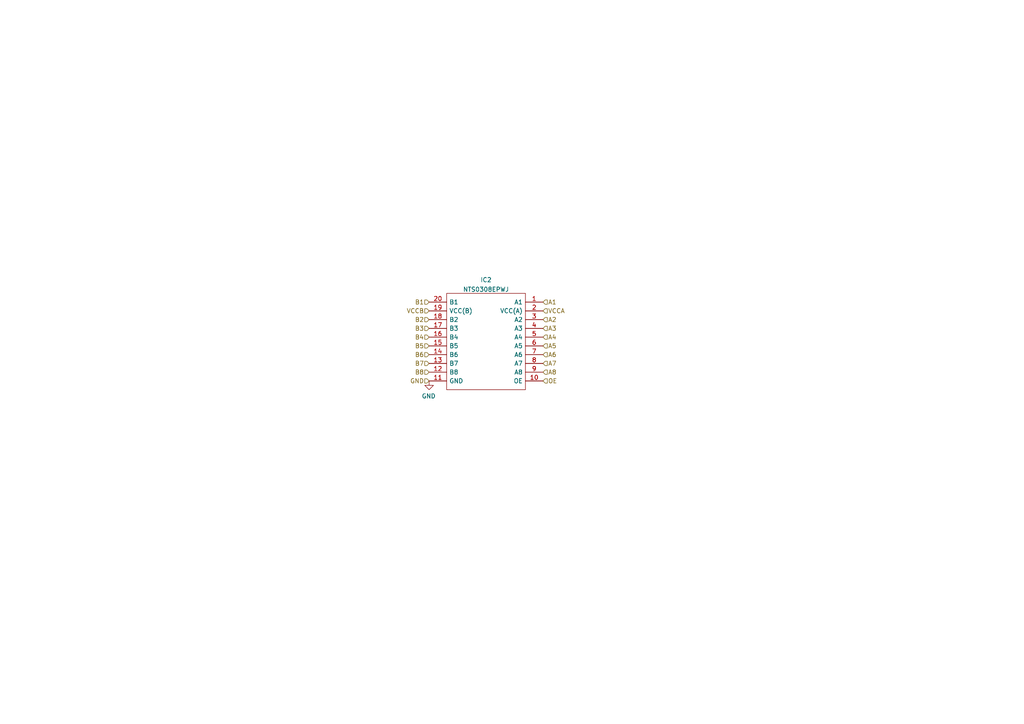
<source format=kicad_sch>
(kicad_sch (version 20211123) (generator eeschema)

  (uuid 9c2a29da-c83f-4ec8-bbcf-9d775812af04)

  (paper "A4")

  (lib_symbols
    (symbol "NTS0308EPWJ:NTS0308EPWJ" (pin_names (offset 0.762)) (in_bom yes) (on_board yes)
      (property "Reference" "IC" (id 0) (at 29.21 7.62 0)
        (effects (font (size 1.27 1.27)) (justify left))
      )
      (property "Value" "NTS0308EPWJ" (id 1) (at 29.21 5.08 0)
        (effects (font (size 1.27 1.27)) (justify left))
      )
      (property "Footprint" "SOP65P640X110-20N" (id 2) (at 29.21 2.54 0)
        (effects (font (size 1.27 1.27)) (justify left) hide)
      )
      (property "Datasheet" "https://www.mouser.de/datasheet/2/302/NTS0308E-1900565.pdf" (id 3) (at 29.21 0 0)
        (effects (font (size 1.27 1.27)) (justify left) hide)
      )
      (property "Description" "Translation - Voltage Levels Dual supply translating transceiver; open drain; auto direction sensing" (id 4) (at 29.21 -2.54 0)
        (effects (font (size 1.27 1.27)) (justify left) hide)
      )
      (property "Height" "1.1" (id 5) (at 29.21 -5.08 0)
        (effects (font (size 1.27 1.27)) (justify left) hide)
      )
      (property "Manufacturer_Name" "NXP" (id 6) (at 29.21 -7.62 0)
        (effects (font (size 1.27 1.27)) (justify left) hide)
      )
      (property "Manufacturer_Part_Number" "NTS0308EPWJ" (id 7) (at 29.21 -10.16 0)
        (effects (font (size 1.27 1.27)) (justify left) hide)
      )
      (property "Mouser Part Number" "771-NTS0308EPWJ" (id 8) (at 29.21 -12.7 0)
        (effects (font (size 1.27 1.27)) (justify left) hide)
      )
      (property "Mouser Price/Stock" "https://www.mouser.co.uk/ProductDetail/NXP-Semiconductors/NTS0308EPWJ?qs=sPbYRqrBIVmps0qDEa7kNw%3D%3D" (id 9) (at 29.21 -15.24 0)
        (effects (font (size 1.27 1.27)) (justify left) hide)
      )
      (property "Arrow Part Number" "NTS0308EPWJ" (id 10) (at 29.21 -17.78 0)
        (effects (font (size 1.27 1.27)) (justify left) hide)
      )
      (property "Arrow Price/Stock" "https://www.arrow.com/en/products/nts0308epwj/nxp-semiconductors?region=nac" (id 11) (at 29.21 -20.32 0)
        (effects (font (size 1.27 1.27)) (justify left) hide)
      )
      (property "ki_description" "Translation - Voltage Levels Dual supply translating transceiver; open drain; auto direction sensing" (id 12) (at 0 0 0)
        (effects (font (size 1.27 1.27)) hide)
      )
      (symbol "NTS0308EPWJ_0_0"
        (pin passive line (at 0 0 0) (length 5.08)
          (name "A1" (effects (font (size 1.27 1.27))))
          (number "1" (effects (font (size 1.27 1.27))))
        )
        (pin passive line (at 0 -22.86 0) (length 5.08)
          (name "OE" (effects (font (size 1.27 1.27))))
          (number "10" (effects (font (size 1.27 1.27))))
        )
        (pin passive line (at 33.02 -22.86 180) (length 5.08)
          (name "GND" (effects (font (size 1.27 1.27))))
          (number "11" (effects (font (size 1.27 1.27))))
        )
        (pin passive line (at 33.02 -20.32 180) (length 5.08)
          (name "B8" (effects (font (size 1.27 1.27))))
          (number "12" (effects (font (size 1.27 1.27))))
        )
        (pin passive line (at 33.02 -17.78 180) (length 5.08)
          (name "B7" (effects (font (size 1.27 1.27))))
          (number "13" (effects (font (size 1.27 1.27))))
        )
        (pin passive line (at 33.02 -15.24 180) (length 5.08)
          (name "B6" (effects (font (size 1.27 1.27))))
          (number "14" (effects (font (size 1.27 1.27))))
        )
        (pin passive line (at 33.02 -12.7 180) (length 5.08)
          (name "B5" (effects (font (size 1.27 1.27))))
          (number "15" (effects (font (size 1.27 1.27))))
        )
        (pin passive line (at 33.02 -10.16 180) (length 5.08)
          (name "B4" (effects (font (size 1.27 1.27))))
          (number "16" (effects (font (size 1.27 1.27))))
        )
        (pin passive line (at 33.02 -7.62 180) (length 5.08)
          (name "B3" (effects (font (size 1.27 1.27))))
          (number "17" (effects (font (size 1.27 1.27))))
        )
        (pin passive line (at 33.02 -5.08 180) (length 5.08)
          (name "B2" (effects (font (size 1.27 1.27))))
          (number "18" (effects (font (size 1.27 1.27))))
        )
        (pin passive line (at 33.02 -2.54 180) (length 5.08)
          (name "VCC(B)" (effects (font (size 1.27 1.27))))
          (number "19" (effects (font (size 1.27 1.27))))
        )
        (pin passive line (at 0 -2.54 0) (length 5.08)
          (name "VCC(A)" (effects (font (size 1.27 1.27))))
          (number "2" (effects (font (size 1.27 1.27))))
        )
        (pin passive line (at 33.02 0 180) (length 5.08)
          (name "B1" (effects (font (size 1.27 1.27))))
          (number "20" (effects (font (size 1.27 1.27))))
        )
        (pin passive line (at 0 -5.08 0) (length 5.08)
          (name "A2" (effects (font (size 1.27 1.27))))
          (number "3" (effects (font (size 1.27 1.27))))
        )
        (pin passive line (at 0 -7.62 0) (length 5.08)
          (name "A3" (effects (font (size 1.27 1.27))))
          (number "4" (effects (font (size 1.27 1.27))))
        )
        (pin passive line (at 0 -10.16 0) (length 5.08)
          (name "A4" (effects (font (size 1.27 1.27))))
          (number "5" (effects (font (size 1.27 1.27))))
        )
        (pin passive line (at 0 -12.7 0) (length 5.08)
          (name "A5" (effects (font (size 1.27 1.27))))
          (number "6" (effects (font (size 1.27 1.27))))
        )
        (pin passive line (at 0 -15.24 0) (length 5.08)
          (name "A6" (effects (font (size 1.27 1.27))))
          (number "7" (effects (font (size 1.27 1.27))))
        )
        (pin passive line (at 0 -17.78 0) (length 5.08)
          (name "A7" (effects (font (size 1.27 1.27))))
          (number "8" (effects (font (size 1.27 1.27))))
        )
        (pin passive line (at 0 -20.32 0) (length 5.08)
          (name "A8" (effects (font (size 1.27 1.27))))
          (number "9" (effects (font (size 1.27 1.27))))
        )
      )
      (symbol "NTS0308EPWJ_0_1"
        (polyline
          (pts
            (xy 5.08 2.54)
            (xy 27.94 2.54)
            (xy 27.94 -25.4)
            (xy 5.08 -25.4)
            (xy 5.08 2.54)
          )
          (stroke (width 0.1524) (type default) (color 0 0 0 0))
          (fill (type none))
        )
      )
    )
    (symbol "power:GND" (power) (pin_names (offset 0)) (in_bom yes) (on_board yes)
      (property "Reference" "#PWR" (id 0) (at 0 -6.35 0)
        (effects (font (size 1.27 1.27)) hide)
      )
      (property "Value" "GND" (id 1) (at 0 -3.81 0)
        (effects (font (size 1.27 1.27)))
      )
      (property "Footprint" "" (id 2) (at 0 0 0)
        (effects (font (size 1.27 1.27)) hide)
      )
      (property "Datasheet" "" (id 3) (at 0 0 0)
        (effects (font (size 1.27 1.27)) hide)
      )
      (property "ki_keywords" "power-flag" (id 4) (at 0 0 0)
        (effects (font (size 1.27 1.27)) hide)
      )
      (property "ki_description" "Power symbol creates a global label with name \"GND\" , ground" (id 5) (at 0 0 0)
        (effects (font (size 1.27 1.27)) hide)
      )
      (symbol "GND_0_1"
        (polyline
          (pts
            (xy 0 0)
            (xy 0 -1.27)
            (xy 1.27 -1.27)
            (xy 0 -2.54)
            (xy -1.27 -1.27)
            (xy 0 -1.27)
          )
          (stroke (width 0) (type default) (color 0 0 0 0))
          (fill (type none))
        )
      )
      (symbol "GND_1_1"
        (pin power_in line (at 0 0 270) (length 0) hide
          (name "GND" (effects (font (size 1.27 1.27))))
          (number "1" (effects (font (size 1.27 1.27))))
        )
      )
    )
  )


  (hierarchical_label "B2" (shape input) (at 124.46 92.71 180)
    (effects (font (size 1.27 1.27)) (justify right))
    (uuid 0b43a8fb-b3d3-4444-a4b0-cf952c07dcfe)
  )
  (hierarchical_label "B6" (shape input) (at 124.46 102.87 180)
    (effects (font (size 1.27 1.27)) (justify right))
    (uuid 1020b588-7eb0-4b70-bbff-c77a867c3142)
  )
  (hierarchical_label "GND" (shape input) (at 124.46 110.49 180)
    (effects (font (size 1.27 1.27)) (justify right))
    (uuid 36210d52-4f9a-42bc-a022-019a63c67fc2)
  )
  (hierarchical_label "B8" (shape input) (at 124.46 107.95 180)
    (effects (font (size 1.27 1.27)) (justify right))
    (uuid 3e147ce1-21a6-4e77-a3db-fd00d575cd22)
  )
  (hierarchical_label "VCCA" (shape input) (at 157.48 90.17 0)
    (effects (font (size 1.27 1.27)) (justify left))
    (uuid 53c2bbd0-8d92-4bb8-b9b5-4a4fcb02a107)
  )
  (hierarchical_label "B7" (shape input) (at 124.46 105.41 180)
    (effects (font (size 1.27 1.27)) (justify right))
    (uuid 5bb32dcb-8a97-4374-8a16-bc17822d4db3)
  )
  (hierarchical_label "A4" (shape input) (at 157.48 97.79 0)
    (effects (font (size 1.27 1.27)) (justify left))
    (uuid 617498ce-8469-4f4b-9f2b-09a2437561eb)
  )
  (hierarchical_label "VCCB" (shape input) (at 124.46 90.17 180)
    (effects (font (size 1.27 1.27)) (justify right))
    (uuid 67d6d490-a9a4-4ec7-8744-7c7abc821282)
  )
  (hierarchical_label "B3" (shape input) (at 124.46 95.25 180)
    (effects (font (size 1.27 1.27)) (justify right))
    (uuid 6df433d7-73cd-4877-8d2e-047853b9077c)
  )
  (hierarchical_label "A5" (shape input) (at 157.48 100.33 0)
    (effects (font (size 1.27 1.27)) (justify left))
    (uuid 7e90deb5-aef9-4d2b-a440-4cb0dbfaaa93)
  )
  (hierarchical_label "A6" (shape input) (at 157.48 102.87 0)
    (effects (font (size 1.27 1.27)) (justify left))
    (uuid 87a32952-c8e5-40ba-af1d-1a8829a6c906)
  )
  (hierarchical_label "A7" (shape input) (at 157.48 105.41 0)
    (effects (font (size 1.27 1.27)) (justify left))
    (uuid a8a389df-8d18-4e17-a74f-f60d5d77371e)
  )
  (hierarchical_label "B1" (shape input) (at 124.46 87.63 180)
    (effects (font (size 1.27 1.27)) (justify right))
    (uuid aa0e7fe7-e9c2-477f-bcb2-53a1ebd9e3a6)
  )
  (hierarchical_label "OE" (shape input) (at 157.48 110.49 0)
    (effects (font (size 1.27 1.27)) (justify left))
    (uuid c860c4e9-3ddd-4065-857c-b9aedc01e6ad)
  )
  (hierarchical_label "B4" (shape input) (at 124.46 97.79 180)
    (effects (font (size 1.27 1.27)) (justify right))
    (uuid d5b0938b-9efb-4b58-8ac4-d92da9ed2e30)
  )
  (hierarchical_label "A1" (shape input) (at 157.48 87.63 0)
    (effects (font (size 1.27 1.27)) (justify left))
    (uuid e1c71a89-4e45-4a56-a6ef-342af5f92d5c)
  )
  (hierarchical_label "A2" (shape input) (at 157.48 92.71 0)
    (effects (font (size 1.27 1.27)) (justify left))
    (uuid e20929e2-2c15-4a75-b1ed-9caa9bd27df7)
  )
  (hierarchical_label "A3" (shape input) (at 157.48 95.25 0)
    (effects (font (size 1.27 1.27)) (justify left))
    (uuid faa605d9-8c1c-4d31-b7c1-3dc31a22eb34)
  )
  (hierarchical_label "B5" (shape input) (at 124.46 100.33 180)
    (effects (font (size 1.27 1.27)) (justify right))
    (uuid fd146ca2-8fb8-4c71-9277-84f69bc5d3fc)
  )
  (hierarchical_label "A8" (shape input) (at 157.48 107.95 0)
    (effects (font (size 1.27 1.27)) (justify left))
    (uuid fe431a80-868e-482d-aa91-c96eb8387d6a)
  )

  (symbol (lib_id "power:GND") (at 124.46 110.49 0) (mirror y) (unit 1)
    (in_bom yes) (on_board yes)
    (uuid 00000000-0000-0000-0000-0000618e8c65)
    (property "Reference" "#PWR077" (id 0) (at 124.46 116.84 0)
      (effects (font (size 1.27 1.27)) hide)
    )
    (property "Value" "GND" (id 1) (at 124.333 114.8842 0))
    (property "Footprint" "" (id 2) (at 124.46 110.49 0)
      (effects (font (size 1.27 1.27)) hide)
    )
    (property "Datasheet" "" (id 3) (at 124.46 110.49 0)
      (effects (font (size 1.27 1.27)) hide)
    )
    (pin "1" (uuid a63fb1ee-0fb6-43c0-a439-b1d4a854010c))
  )

  (symbol (lib_id "NTS0308EPWJ:NTS0308EPWJ") (at 157.48 87.63 0) (mirror y) (unit 1)
    (in_bom yes) (on_board yes) (fields_autoplaced)
    (uuid 45cdfabe-b462-4925-9753-8b71731ad2ba)
    (property "Reference" "IC2" (id 0) (at 140.97 81.1743 0))
    (property "Value" "NTS0308EPWJ" (id 1) (at 140.97 83.9494 0))
    (property "Footprint" "NTS0308EPWJ:SOP65P640X110-20N" (id 2) (at 128.27 85.09 0)
      (effects (font (size 1.27 1.27)) (justify left) hide)
    )
    (property "Datasheet" "https://www.mouser.de/datasheet/2/302/NTS0308E-1900565.pdf" (id 3) (at 128.27 87.63 0)
      (effects (font (size 1.27 1.27)) (justify left) hide)
    )
    (property "Description" "Translation - Voltage Levels Dual supply translating transceiver; open drain; auto direction sensing" (id 4) (at 128.27 90.17 0)
      (effects (font (size 1.27 1.27)) (justify left) hide)
    )
    (property "Height" "1.1" (id 5) (at 128.27 92.71 0)
      (effects (font (size 1.27 1.27)) (justify left) hide)
    )
    (property "Manufacturer_Name" "NXP" (id 6) (at 128.27 95.25 0)
      (effects (font (size 1.27 1.27)) (justify left) hide)
    )
    (property "Manufacturer_Part_Number" "NTS0308EPWJ" (id 7) (at 128.27 97.79 0)
      (effects (font (size 1.27 1.27)) (justify left) hide)
    )
    (property "Mouser Part Number" "771-NTS0308EPWJ" (id 8) (at 128.27 100.33 0)
      (effects (font (size 1.27 1.27)) (justify left) hide)
    )
    (property "Mouser Price/Stock" "https://www.mouser.co.uk/ProductDetail/NXP-Semiconductors/NTS0308EPWJ?qs=sPbYRqrBIVmps0qDEa7kNw%3D%3D" (id 9) (at 128.27 102.87 0)
      (effects (font (size 1.27 1.27)) (justify left) hide)
    )
    (property "Arrow Part Number" "NTS0308EPWJ" (id 10) (at 128.27 105.41 0)
      (effects (font (size 1.27 1.27)) (justify left) hide)
    )
    (property "Arrow Price/Stock" "https://www.arrow.com/en/products/nts0308epwj/nxp-semiconductors?region=nac" (id 11) (at 128.27 107.95 0)
      (effects (font (size 1.27 1.27)) (justify left) hide)
    )
    (pin "1" (uuid cae9fa79-ad49-45fe-acd4-44cbf23d1226))
    (pin "10" (uuid a7468783-7697-4845-96eb-8f2608e9afdb))
    (pin "11" (uuid 8b6b50da-04b5-44c8-8848-8309a20f3e27))
    (pin "12" (uuid 61488d9b-d548-44e3-ac97-05866dcf19c9))
    (pin "13" (uuid 8a551871-3b3f-47ec-8a1f-30f965b5e274))
    (pin "14" (uuid 62c73294-b1b8-47da-91bb-0567aa6ab5b0))
    (pin "15" (uuid 7e4e3eca-4108-42f3-81bb-33a7237e6dfb))
    (pin "16" (uuid 607c53d2-4cca-43e6-aaca-3b2369c0a63f))
    (pin "17" (uuid 3983f3f3-f656-42b1-be80-8a6a5c8a9d46))
    (pin "18" (uuid 38df568f-6d5d-49d4-a8d7-54ebd79318ce))
    (pin "19" (uuid 6e0bc62d-ae68-46cf-8cb4-771609bb1237))
    (pin "2" (uuid a06f9fc4-7b75-4ba0-a858-becfe68645e9))
    (pin "20" (uuid 0efa6e6b-b7f9-418c-b350-65f4a12c2206))
    (pin "3" (uuid 797afe00-dfd0-492c-beaa-e9e7195c2aaa))
    (pin "4" (uuid 60fc6a9e-9cc8-4d73-9394-3c7dd5901021))
    (pin "5" (uuid 13ddd952-2d46-406d-a4e2-bd272ddb27be))
    (pin "6" (uuid 709d1842-a5f6-45da-9277-8c26d7ee43a6))
    (pin "7" (uuid c0dc032e-42c4-4aae-9cdd-6a48246c5080))
    (pin "8" (uuid 11999ef9-c161-4ced-a6ca-9d830b26f363))
    (pin "9" (uuid 5e4ab53e-2f36-43f6-9cda-c54cd8c1c117))
  )
)

</source>
